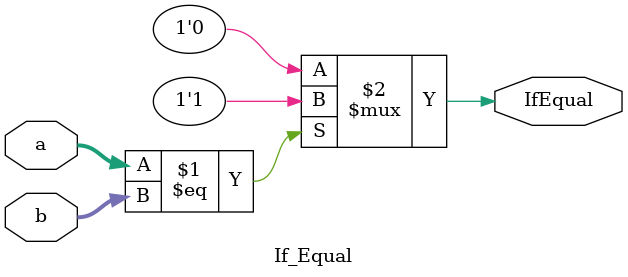
<source format=v>
`timescale 1ns / 1ps


module If_Equal(input [31:0] a,b,
                output wire IfEqual);
                
                 assign IfEqual = (a == b) ? 1'b1 : 1'b0;
endmodule

</source>
